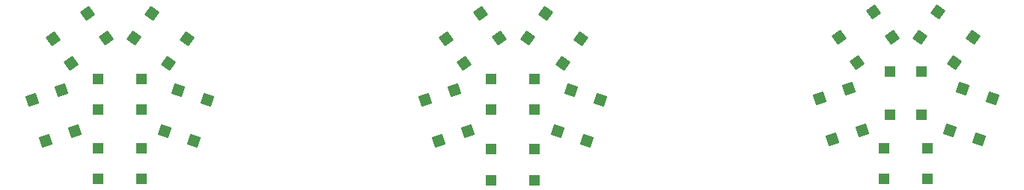
<source format=gtp>
%FSLAX25Y25*%
%MOIN*%
G70*
G01*
G75*
G04 Layer_Color=8421504*
%ADD10P,0.08352X4X369.0*%
%ADD11P,0.08352X4X81.0*%
%ADD12P,0.08352X4X153.0*%
%ADD13R,0.05906X0.05906*%
%ADD14P,0.08352X4X117.0*%
%ADD15R,0.05906X0.05906*%
%ADD16C,0.05000*%
%ADD17C,0.02500*%
%ADD18C,0.16500*%
%ADD19C,0.04000*%
%ADD20R,0.05000X0.08000*%
%ADD21R,0.12205X0.17716*%
%ADD22C,0.01000*%
%ADD23C,0.01200*%
%ADD24C,0.01500*%
%ADD25P,0.06937X4X369.0*%
%ADD26P,0.06937X4X81.0*%
%ADD27P,0.06937X4X153.0*%
%ADD28R,0.04906X0.04906*%
%ADD29P,0.06937X4X117.0*%
%ADD30R,0.04906X0.04906*%
D25*
X938647Y900096D02*
D03*
X946746Y911244D02*
D03*
X954254Y888756D02*
D03*
X962353Y899904D02*
D03*
X1137853Y899904D02*
D03*
X1129754Y888756D02*
D03*
X1122246Y911244D02*
D03*
X1114147Y900096D02*
D03*
X1312353Y900404D02*
D03*
X1304254Y889256D02*
D03*
X1296746Y911744D02*
D03*
X1288647Y900596D02*
D03*
D26*
X910746Y888756D02*
D03*
X902647Y899904D02*
D03*
X926353Y900096D02*
D03*
X918254Y911244D02*
D03*
X1093254D02*
D03*
X1101353Y900096D02*
D03*
X1077647Y899904D02*
D03*
X1085746Y888756D02*
D03*
X1268254Y911744D02*
D03*
X1276353Y900596D02*
D03*
X1252647Y900404D02*
D03*
X1260746Y889256D02*
D03*
D27*
X912533Y858455D02*
D03*
X899428Y854197D02*
D03*
X906572Y876803D02*
D03*
X893467Y872544D02*
D03*
X1068467D02*
D03*
X1081572Y876803D02*
D03*
X1074428Y854197D02*
D03*
X1087533Y858455D02*
D03*
X1243967Y873044D02*
D03*
X1257072Y877303D02*
D03*
X1249928Y854697D02*
D03*
X1263033Y858955D02*
D03*
D28*
X942146Y850890D02*
D03*
Y837110D02*
D03*
X922854Y850890D02*
D03*
Y837110D02*
D03*
X942146Y881890D02*
D03*
Y868110D02*
D03*
X922854Y881890D02*
D03*
Y868110D02*
D03*
X1097854D02*
D03*
Y881890D02*
D03*
X1117146Y868110D02*
D03*
Y881890D02*
D03*
X1097854Y836610D02*
D03*
Y850390D02*
D03*
X1117146Y836610D02*
D03*
Y850390D02*
D03*
X1272854Y837110D02*
D03*
Y850890D02*
D03*
X1292146Y837110D02*
D03*
Y850890D02*
D03*
D29*
X965572Y854197D02*
D03*
X952467Y858455D02*
D03*
X971533Y872544D02*
D03*
X958428Y876803D02*
D03*
X1140572Y854197D02*
D03*
X1127467Y858455D02*
D03*
X1146533Y872544D02*
D03*
X1133428Y876803D02*
D03*
X1315072Y854697D02*
D03*
X1301967Y858955D02*
D03*
X1321033Y873044D02*
D03*
X1307928Y877303D02*
D03*
D30*
X1275610Y865854D02*
D03*
X1289390Y885146D02*
D03*
X1275610D02*
D03*
X1289390Y865854D02*
D03*
M02*

</source>
